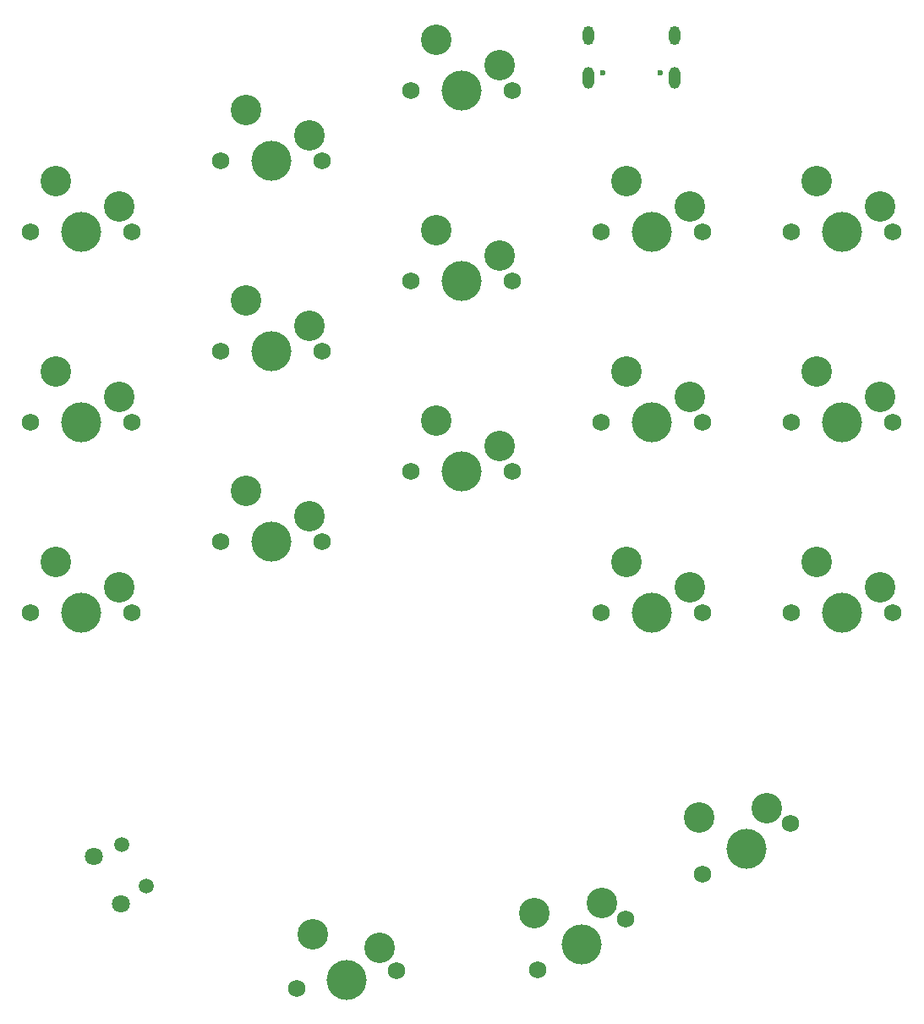
<source format=gbr>
%TF.GenerationSoftware,KiCad,Pcbnew,7.0.9-7.0.9~ubuntu22.04.1*%
%TF.CreationDate,2023-11-28T13:07:08+03:00*%
%TF.ProjectId,Keeb,4b656562-2e6b-4696-9361-645f70636258,rev?*%
%TF.SameCoordinates,Original*%
%TF.FileFunction,Soldermask,Bot*%
%TF.FilePolarity,Negative*%
%FSLAX46Y46*%
G04 Gerber Fmt 4.6, Leading zero omitted, Abs format (unit mm)*
G04 Created by KiCad (PCBNEW 7.0.9-7.0.9~ubuntu22.04.1) date 2023-11-28 13:07:08*
%MOMM*%
%LPD*%
G01*
G04 APERTURE LIST*
G04 Aperture macros list*
%AMHorizOval*
0 Thick line with rounded ends*
0 $1 width*
0 $2 $3 position (X,Y) of the first rounded end (center of the circle)*
0 $4 $5 position (X,Y) of the second rounded end (center of the circle)*
0 Add line between two ends*
20,1,$1,$2,$3,$4,$5,0*
0 Add two circle primitives to create the rounded ends*
1,1,$1,$2,$3*
1,1,$1,$4,$5*%
G04 Aperture macros list end*
%ADD10HorizOval,1.800000X0.000000X0.000000X0.000000X0.000000X0*%
%ADD11HorizOval,1.500000X0.000000X0.000000X0.000000X0.000000X0*%
%ADD12C,0.600000*%
%ADD13O,1.104000X2.204000*%
%ADD14O,1.104000X1.904000*%
%ADD15C,1.750000*%
%ADD16C,3.050000*%
%ADD17C,4.000000*%
G04 APERTURE END LIST*
D10*
%TO.C,U1*%
X115585943Y-122894807D03*
D11*
X118060000Y-121120000D03*
X115635000Y-116919776D03*
D10*
X112860943Y-118174969D03*
%TD*%
D12*
%TO.C,J1*%
X169555000Y-39720000D03*
X163775000Y-39720000D03*
D13*
X170990000Y-40210000D03*
X162340000Y-40210000D03*
D14*
X170990000Y-36040000D03*
X162340000Y-36040000D03*
%TD*%
D15*
%TO.C,SW3*%
X116685000Y-55617944D03*
D16*
X115415000Y-53077944D03*
D17*
X111605000Y-55617944D03*
D16*
X109065000Y-50537944D03*
D15*
X106525000Y-55617944D03*
%TD*%
%TO.C,SW4*%
X116685000Y-74667944D03*
D16*
X115415000Y-72127944D03*
D17*
X111605000Y-74667944D03*
D16*
X109065000Y-69587944D03*
D15*
X106525000Y-74667944D03*
%TD*%
%TO.C,SW5*%
X116685000Y-93717944D03*
D16*
X115415000Y-91177944D03*
D17*
X111605000Y-93717944D03*
D16*
X109065000Y-88637944D03*
D15*
X106525000Y-93717944D03*
%TD*%
%TO.C,SW6*%
X135735000Y-48567944D03*
D16*
X134465000Y-46027944D03*
D17*
X130655000Y-48567944D03*
D16*
X128115000Y-43487944D03*
D15*
X125575000Y-48567944D03*
%TD*%
%TO.C,SW7*%
X135735000Y-67617944D03*
D16*
X134465000Y-65077944D03*
D17*
X130655000Y-67617944D03*
D16*
X128115000Y-62537944D03*
D15*
X125575000Y-67617944D03*
%TD*%
%TO.C,SW8*%
X135735000Y-86667944D03*
D16*
X134465000Y-84127944D03*
D17*
X130655000Y-86667944D03*
D16*
X128115000Y-81587944D03*
D15*
X125575000Y-86667944D03*
%TD*%
%TO.C,SW9*%
X154785000Y-41517944D03*
D16*
X153515000Y-38977944D03*
D17*
X149705000Y-41517944D03*
D16*
X147165000Y-36437944D03*
D15*
X144625000Y-41517944D03*
%TD*%
%TO.C,SW10*%
X154785000Y-60567944D03*
D16*
X153515000Y-58027944D03*
D17*
X149705000Y-60567944D03*
D16*
X147165000Y-55487944D03*
D15*
X144625000Y-60567944D03*
%TD*%
%TO.C,SW11*%
X154785000Y-79617944D03*
D16*
X153515000Y-77077944D03*
D17*
X149705000Y-79617944D03*
D16*
X147165000Y-74537944D03*
D15*
X144625000Y-79617944D03*
%TD*%
%TO.C,SW13*%
X173835000Y-55617944D03*
D16*
X172565000Y-53077944D03*
D17*
X168755000Y-55617944D03*
D16*
X166215000Y-50537944D03*
D15*
X163675000Y-55617944D03*
%TD*%
%TO.C,SW14*%
X173835000Y-74667944D03*
D16*
X172565000Y-72127944D03*
D17*
X168755000Y-74667944D03*
D16*
X166215000Y-69587944D03*
D15*
X163675000Y-74667944D03*
%TD*%
%TO.C,SW15*%
X173835000Y-93717944D03*
D16*
X172565000Y-91177944D03*
D17*
X168755000Y-93717944D03*
D16*
X166215000Y-88637944D03*
D15*
X163675000Y-93717944D03*
%TD*%
%TO.C,SW16*%
X166117052Y-124367511D03*
D16*
X163747200Y-122802806D03*
D17*
X161717643Y-126907511D03*
D16*
X156977938Y-123778102D03*
D15*
X157318234Y-129447511D03*
%TD*%
%TO.C,SW17*%
X192885000Y-55617944D03*
D16*
X191615000Y-53077944D03*
D17*
X187805000Y-55617944D03*
D16*
X185265000Y-50537944D03*
D15*
X182725000Y-55617944D03*
%TD*%
%TO.C,SW18*%
X192885000Y-74667944D03*
D16*
X191615000Y-72127944D03*
D17*
X187805000Y-74667944D03*
D16*
X185265000Y-69587944D03*
D15*
X182725000Y-74667944D03*
%TD*%
%TO.C,SW19*%
X192885000Y-93717944D03*
D16*
X191615000Y-91177944D03*
D17*
X187805000Y-93717944D03*
D16*
X185265000Y-88637944D03*
D15*
X182725000Y-93717944D03*
%TD*%
%TO.C,SW20*%
X182614836Y-114842511D03*
D16*
X180244984Y-113277806D03*
D17*
X178215427Y-117382511D03*
D16*
X173475722Y-114253102D03*
D15*
X173816018Y-119922511D03*
%TD*%
%TO.C,SW1*%
X143135646Y-129585734D03*
D16*
X141443874Y-127304856D03*
D17*
X138132823Y-130467867D03*
D16*
X134749279Y-125906110D03*
D15*
X133130000Y-131350000D03*
%TD*%
M02*

</source>
